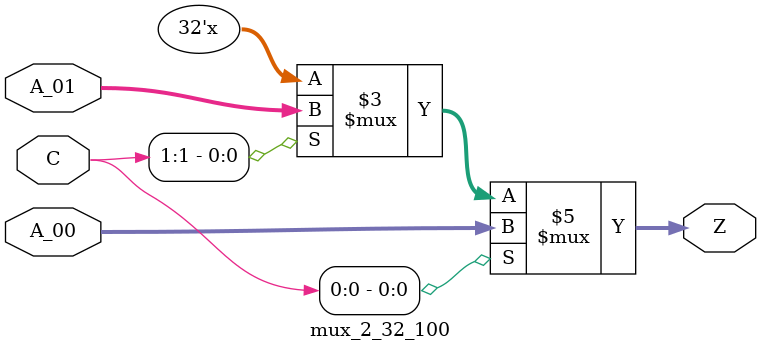
<source format=v>
module mux_2_32_100(C, A_00, A_01, Z);
    input [1 : 0] C;
    input [31 : 0] A_00;
    input [31 : 0] A_01;
    output reg [31 : 0] Z;

  always @(*) begin
      case (1'b1)// pragma parallel_case
        C[0]: Z = A_00;
        C[1]: Z = A_01;
        default: Z = 'hX;
      endcase
  end
endmodule

</source>
